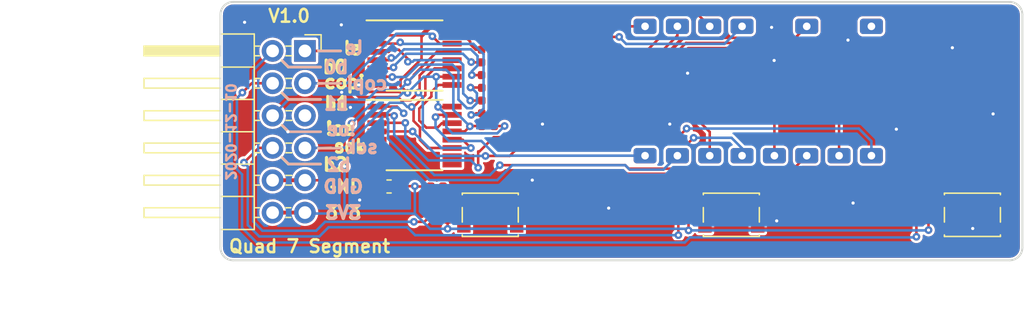
<source format=kicad_pcb>
(kicad_pcb (version 20201116) (generator pcbnew)
  (title_block (title "Quad 7 Segment") (date "2020-12-10") (rev "r1.0") (company "GsD") (comment 1 "PMOD"))
  (layers (0 "F.Cu" signal) (31 "B.Cu" signal) (34 "B.Paste" user) (35 "F.Paste" user) (36 "B.SilkS" user "B.Silkscreen") (37 "F.SilkS" user "F.Silkscreen") (38 "B.Mask" user) (39 "F.Mask" user) (44 "Edge.Cuts" user))
  (net 0 "")
  (net 1 "GND")
  (net 2 "+3V3")
  (net 3 "/btn2")
  (net 4 "/!oe")
  (net 5 "/btn1")
  (net 6 "/btn0")
  (net 7 "/sck")
  (net 8 "/cipo")
  (net 9 "/copi")
  (net 10 "/le")
  (net 11 "Net-(LE1-Pad16)")
  (net 12 "Net-(LE1-Pad15)")
  (net 13 "Net-(LE1-Pad14)")
  (net 14 "Net-(LE1-Pad13)")
  (net 15 "Net-(LE1-Pad11)")
  (net 16 "Net-(LE1-Pad7)")
  (net 17 "Net-(LE1-Pad5)")
  (net 18 "Net-(LE1-Pad3)")
  (net 19 "/led_cc4")
  (net 20 "/led_cc2")
  (net 21 "/led_cc3")
  (net 22 "/led_cc0")
  (net 23 "/led_cc1")
  (net 24 "/led_a")
  (net 25 "/led_b")
  (net 26 "/led_c")
  (net 27 "/led_d")
  (net 28 "/led_e")
  (net 29 "/led_f")
  (net 30 "/led_g")
  (net 31 "/led_dp")
  (net 32 "Net-(U1-Pad9)")
  (net 33 "Net-(U2-Pad10)")
  (net 34 "Net-(U2-Pad9)")
  (net 35 "Net-(U2-Pad7)")
  (net 36 "Net-(U2-Pad6)")
  (net 37 "Net-(U2-Pad5)")
  (footprint "Package_SO:TSSOP-16_4.4x5mm_P0.65mm" (layer "F.Cu") (at 122.75 91.7)
    (fp_text reference "U2" hide)
    (fp_text value "74HC595" hide)
  )
  (footprint "Resistor_SMD:R_0402_1005Metric" (layer "F.Cu") (at 163.125 97.875 90)
    (fp_text reference "R2" hide)
    (fp_text value "10k" hide)
  )
  (footprint "Resistor_SMD:R_0402_1005Metric" (layer "F.Cu") (at 128.5 83.95 180)
    (fp_text reference "R7" hide)
    (fp_text value "220R" hide)
  )
  (footprint "Resistor_SMD:R_0402_1005Metric" (layer "F.Cu") (at 128.515 89.95 180)
    (fp_text reference "R8" hide)
    (fp_text value "220R" hide)
  )
  (footprint "Resistor_SMD:R_0402_1005Metric" (layer "F.Cu") (at 128.515 90.95 180)
    (fp_text reference "R4" hide)
    (fp_text value "10k" hide)
  )
  (footprint "Resistor_SMD:R_0402_1005Metric" (layer "F.Cu") (at 128.5 86.95 180)
    (fp_text reference "R10" hide)
    (fp_text value "220R" hide)
  )
  (footprint "Resistor_SMD:R_0402_1005Metric" (layer "F.Cu") (at 125.35 97.85 90)
    (fp_text reference "R1" hide)
    (fp_text value "10k" hide)
  )
  (footprint "Resistor_SMD:R_0402_1005Metric" (layer "F.Cu") (at 128.5 82.95 180)
    (fp_text reference "R6" hide)
    (fp_text value "220R" hide)
  )
  (footprint "Button_Switch_SMD:SW_SPST_PTS810" (layer "F.Cu") (at 166.575 97.925)
    (fp_text reference "SW2" hide)
    (fp_text value "SW_SPST" hide)
  )
  (footprint "Button_Switch_SMD:SW_SPST_PTS810" (layer "F.Cu") (at 147.6375 97.925)
    (fp_text reference "SW3" hide)
    (fp_text value "SW_SPST" hide)
  )
  (footprint "Resistor_SMD:R_0402_1005Metric" (layer "F.Cu") (at 128.515 88.95 180)
    (fp_text reference "R9" hide)
    (fp_text value "220R" hide)
  )
  (footprint "Resistor_SMD:R_0402_1005Metric" (layer "F.Cu") (at 144.275 97.875 90)
    (fp_text reference "R3" hide)
    (fp_text value "10k" hide)
  )
  (footprint "Capacitor_SMD:C_0402_1005Metric" (layer "F.Cu") (at 124.5 95.7)
    (fp_text reference "C2" hide)
    (fp_text value "100n" hide)
  )
  (footprint "Resistor_SMD:R_0402_1005Metric" (layer "F.Cu") (at 128.515 87.95 180)
    (fp_text reference "R12" hide)
    (fp_text value "220R" hide)
  )
  (footprint "Resistor_SMD:R_0402_1005Metric" (layer "F.Cu") (at 128.5 84.95 180)
    (fp_text reference "R5" hide)
    (fp_text value "220R" hide)
  )
  (footprint "gsd-footprints:kem-3942-ay" (layer "F.Cu") (at 149.75 88.2)
    (fp_text reference "LE1" hide)
    (fp_text value "KEM-3942-AY" hide)
  )
  (footprint "Button_Switch_SMD:SW_SPST_PTS810" (layer "F.Cu") (at 128.7 97.925)
    (fp_text reference "SW1" hide)
    (fp_text value "SW_SPST" hide)
  )
  (footprint "Package_SO:TSSOP-16_4.4x5mm_P0.65mm" (layer "F.Cu") (at 122.75 85.45)
    (fp_text reference "U1" hide)
    (fp_text value "74HC595" hide)
  )
  (footprint "Capacitor_SMD:C_0603_1608Metric" (layer "F.Cu") (at 120.75 95.7 180)
    (fp_text reference "C1" hide)
    (fp_text value "10u" hide)
  )
  (footprint "pkl_connectors:PMODHeader_2x06_P2.54mm_Horizontal" (layer "F.Cu") (at 114.14 97.75 180)
    (fp_text reference "J1" hide)
    (fp_text value "PMOD" hide)
  )
  (footprint "Resistor_SMD:R_0402_1005Metric" (layer "F.Cu") (at 128.5 85.95 180)
    (fp_text reference "R11" hide)
    (fp_text value "220R" hide)
  )
  (gr_line (start 112.362 88.352) (end 112.87 88.86) (layer "B.SilkS") (width 0.2))
  (gr_line (start 112.87 86.32) (end 115.374 86.32) (layer "B.SilkS") (width 0.2))
  (gr_line (start 115.2 92.7) (end 116.95 92.7) (layer "B.SilkS") (width 0.2))
  (gr_line (start 112.87 93.94) (end 115.374 93.94) (layer "B.SilkS") (width 0.2))
  (gr_line (start 112.87 91.4) (end 115.374 91.4) (layer "B.SilkS") (width 0.2))
  (gr_line (start 115.2 87.6) (end 116.95 87.6) (layer "B.SilkS") (width 0.2))
  (gr_line (start 112.362 85.812) (end 112.87 86.32) (layer "B.SilkS") (width 0.2))
  (gr_line (start 112.362 93.432) (end 112.87 93.94) (layer "B.SilkS") (width 0.2))
  (gr_line (start 115.2 85.05) (end 116.95 85.05) (layer "B.SilkS") (width 0.2))
  (gr_line (start 112.362 90.892) (end 112.87 91.4) (layer "B.SilkS") (width 0.2))
  (gr_line (start 112.87 88.86) (end 115.374 88.86) (layer "B.SilkS") (width 0.2))
  (gr_line (start 115.2 87.6) (end 115.5 87.6) (layer "F.SilkS") (width 0.2))
  (gr_line (start 115.2 85.05) (end 116.95 85.05) (layer "F.SilkS") (width 0.2))
  (gr_line (start 112.834 93.94) (end 115.374 93.94) (layer "F.SilkS") (width 0.2))
  (gr_line (start 115.2 92.7) (end 116.2 92.675) (layer "F.SilkS") (width 0.2))
  (gr_line (start 112.834 88.86) (end 115.374 88.86) (layer "F.SilkS") (width 0.2))
  (gr_line (start 112.834 86.32) (end 115.374 86.32) (layer "F.SilkS") (width 0.2))
  (gr_line (start 112.326 93.432) (end 112.834 93.94) (layer "F.SilkS") (width 0.2))
  (gr_line (start 112.834 91.4) (end 115.374 91.4) (layer "F.SilkS") (width 0.2))
  (gr_line (start 112.326 90.892) (end 112.834 91.4) (layer "F.SilkS") (width 0.2))
  (gr_line (start 112.326 88.352) (end 112.834 88.86) (layer "F.SilkS") (width 0.2))
  (gr_line (start 112.326 85.812) (end 112.834 86.32) (layer "F.SilkS") (width 0.2))
  (gr_arc (start 169.5 82.2) (end 170.5 82.2) (angle -90) (layer "Edge.Cuts") (width 0.15))
  (gr_line (start 108.5 81.2) (end 169.5 81.2) (layer "Edge.Cuts") (width 0.15))
  (gr_arc (start 169.5 100.5) (end 169.5 101.5) (angle -90) (layer "Edge.Cuts") (width 0.15))
  (gr_line (start 170.5 82.2) (end 170.5 100.5) (layer "Edge.Cuts") (width 0.15))
  (gr_line (start 107.5 100.5) (end 107.5 82.2) (layer "Edge.Cuts") (width 0.15))
  (gr_arc (start 108.5 100.5) (end 107.5 100.5) (angle -90) (layer "Edge.Cuts") (width 0.15))
  (gr_line (start 169.5 101.5) (end 108.5 101.5) (layer "Edge.Cuts") (width 0.15))
  (gr_arc (start 108.5 82.2) (end 108.5 81.2) (angle -90) (layer "Edge.Cuts") (width 0.15))
  (gr_text "GND" (at 117.152 95.718) (layer "B.SilkS") (effects (font (size 1 1) (thickness 0.25)) (justify mirror)))
  (gr_text "copi" (at 119 87.6) (layer "B.SilkS") (effects (font (size 1 1) (thickness 0.25)) (justify mirror)))
  (gr_text "sck" (at 118.6 92.6) (layer "B.SilkS") (effects (font (size 1 1) (thickness 0.25)) (justify mirror)))
  (gr_text "b2" (at 116.8 94) (layer "B.SilkS") (effects (font (size 1 1) (thickness 0.25)) (justify mirror)))
  (gr_text "b1" (at 116.6 89.2) (layer "B.SilkS") (effects (font (size 1 1) (thickness 0.25)) (justify mirror)))
  (gr_text "le" (at 118 84.8) (layer "B.SilkS") (effects (font (size 1 1) (thickness 0.25)) (justify mirror)))
  (gr_text "3V3" (at 117.152 97.75) (layer "B.SilkS") (effects (font (size 1 1) (thickness 0.25)) (justify mirror)))
  (gr_text "2020-12-10\n" (at 108.298 91.4 270) (layer "B.SilkS") (effects (font (size 0.75 0.75) (thickness 0.1875)) (justify mirror)))
  (gr_text "!oe" (at 117 91.2) (layer "B.SilkS") (effects (font (size 1 1) (thickness 0.25)) (justify mirror)))
  (gr_text "b0" (at 116.6 86.32) (layer "B.SilkS") (effects (font (size 1 1) (thickness 0.25)) (justify mirror)))
  (gr_text "b2" (at 116.525 93.975) (layer "F.SilkS") (effects (font (size 1 1) (thickness 0.25))))
  (gr_text "copi" (at 117.25 87.5) (layer "F.SilkS") (effects (font (size 1 1) (thickness 0.25))))
  (gr_text "GND" (at 117.152 95.718) (layer "F.SilkS") (effects (font (size 1 1) (thickness 0.25))))
  (gr_text "b0" (at 116.5 86.32) (layer "F.SilkS") (effects (font (size 1 1) (thickness 0.25))))
  (gr_text "V1.0" (at 112.9 82.3) (layer "F.SilkS") (effects (font (size 1 1) (thickness 0.2))))
  (gr_text "Quad 7 Segment" (at 114.5 100.4) (layer "F.SilkS") (effects (font (size 1 1) (thickness 0.2))))
  (gr_text "3V3" (at 117.152 97.75) (layer "F.SilkS") (effects (font (size 1 1) (thickness 0.25))))
  (gr_text "!oe" (at 116.925 91.15) (layer "F.SilkS") (effects (font (size 1 1) (thickness 0.25))))
  (gr_text "b1" (at 116.625 89.175) (layer "F.SilkS") (effects (font (size 1 1) (thickness 0.25))))
  (gr_text "sck\n" (at 117.675 92.55) (layer "F.SilkS") (effects (font (size 1 1) (thickness 0.25))))
  (gr_text "le" (at 117.9 84.85) (layer "F.SilkS") (effects (font (size 1 1) (thickness 0.25))))
  (segment (start 118.4375 96.7625) (end 117.4375 96.7625) (width 0.2) (layer "F.Cu") (net 1))
  (segment (start 117.4375 96.7625) (end 117.4 96.8) (width 0.2) (layer "F.Cu") (net 1))
  (segment (start 166.6 99) (end 164.5 99) (width 0.2) (layer "F.Cu") (net 1))
  (segment (start 124.825 96.45) (end 123.175 96.45) (width 0.2) (layer "F.Cu") (net 1))
  (segment (start 163.325 100) (end 166.175 100) (width 0.2) (layer "F.Cu") (net 1))
  (segment (start 117.025 88.8) (end 117.7125 89.4875) (width 0.2) (layer "F.Cu") (net 1))
  (segment (start 124.985 96.29) (end 124.825 96.45) (width 0.2) (layer "F.Cu") (net 1))
  (segment (start 117.7125 89.4875) (end 118.35 90.125) (width 0.2) (layer "F.Cu") (net 1))
  (segment (start 126.625 99) (end 128.675 99) (width 0.2) (layer "F.Cu") (net 1))
  (segment (start 115.81 95.21) (end 114.14 95.21) (width 0.2) (layer "F.Cu") (net 1))
  (segment (start 120.35 96.875) (end 120.2375 96.7625) (width 0.2) (layer "F.Cu") (net 1))
  (segment (start 119.9625 96.4875) (end 119.9625 95.7) (width 0.2) (layer "F.Cu") (net 1))
  (segment (start 122.75 96.875) (end 120.35 96.875) (width 0.2) (layer "F.Cu") (net 1))
  (segment (start 162.775 100) (end 162.525 100.25) (width 0.2) (layer "F.Cu") (net 1))
  (segment (start 166.6 99.575) (end 166.6 99) (width 0.2) (layer "F.Cu") (net 1))
  (segment (start 150.6 99) (end 151.2 98.4) (width 0.2) (layer "F.Cu") (net 1))
  (segment (start 127.3 100.025) (end 120.625 100.025) (width 0.2) (layer "F.Cu") (net 1))
  (segment (start 128.675 99) (end 130.775 99) (width 0.2) (layer "F.Cu") (net 1))
  (segment (start 147.225 100.025) (end 147.55 99.7) (width 0.2) (layer "F.Cu") (net 1))
  (segment (start 120.2375 96.7625) (end 118.4375 96.7625) (width 0.2) (layer "F.Cu") (net 1))
  (segment (start 111.6 95.21) (end 114.14 95.21) (width 0.3) (layer "F.Cu") (net 1))
  (segment (start 147.55 99.7) (end 147.85 100) (width 0.2) (layer "F.Cu") (net 1))
  (segment (start 149.7125 99) (end 147.55 99) (width 0.2) (layer "F.Cu") (net 1))
  (segment (start 147.55 99.7) (end 147.55 99) (width 0.2) (layer "F.Cu") (net 1))
  (segment (start 127.3 100.025) (end 147.225 100.025) (width 0.2) (layer "F.Cu") (net 1))
  (segment (start 128.675 99) (end 128.675 99.525) (width 0.2) (layer "F.Cu") (net 1))
  (segment (start 120.625 100.025) (end 117.4 96.8) (width 0.2) (layer "F.Cu") (net 1))
  (segment (start 147.85 100) (end 161.5 100) (width 0.2) (layer "F.Cu") (net 1))
  (segment (start 168.65 99) (end 166.6 99) (width 0.2) (layer "F.Cu") (net 1))
  (segment (start 161.75 100.25) (end 161.5 100) (width 0.2) (layer "F.Cu") (net 1))
  (segment (start 117.4 96.8) (end 115.81 95.21) (width 0.2) (layer "F.Cu") (net 1))
  (segment (start 147.55 99) (end 145.5625 99) (width 0.2) (layer "F.Cu") (net 1))
  (segment (start 119.8 93.975) (end 118.65 93.975) (width 0.2) (layer "F.Cu") (net 1))
  (segment (start 118.35 90.125) (end 118.35 93.675) (width 0.2) (layer "F.Cu") (net 1))
  (segment (start 118.65 93.975) (end 118.4 94.225) (width 0.2) (layer "F.Cu") (net 1))
  (segment (start 124.985 95.7) (end 124.985 96.29) (width 0.2) (layer "F.Cu") (net 1))
  (segment (start 119.8 87.725) (end 118.375 87.725) (width 0.2) (layer "F.Cu") (net 1))
  (segment (start 115.875 95.275) (end 115.81 95.21) (width 0.2) (layer "F.Cu") (net 1))
  (segment (start 166.175 100) (end 166.6 99.575) (width 0.2) (layer "F.Cu") (net 1))
  (segment (start 163.325 100) (end 162.775 100) (width 0.2) (layer "F.Cu") (net 1))
  (segment (start 123.175 96.45) (end 122.75 96.875) (width 0.2) (layer "F.Cu") (net 1))
  (segment (start 149.7125 99) (end 150.6 99) (width 0.2) (layer "F.Cu") (net 1))
  (segment (start 117.35 95.275) (end 115.875 95.275) (width 0.2) (layer "F.Cu") (net 1))
  (segment (start 128.675 99.525) (end 128.175 100.025) (width 0.2) (layer "F.Cu") (net 1))
  (segment (start 118.4 94.225) (end 117.35 95.275) (width 0.2) (layer "F.Cu") (net 1))
  (segment (start 128.175 100.025) (end 127.3 100.025) (width 0.2) (layer "F.Cu") (net 1))
  (segment (start 118.35 93.675) (end 118.65 93.975) (width 0.2) (layer "F.Cu") (net 1))
  (segment (start 162.525 100.25) (end 161.75 100.25) (width 0.2) (layer "F.Cu") (net 1))
  (segment (start 120.2375 96.7625) (end 119.9625 96.4875) (width 0.2) (layer "F.Cu") (net 1))
  (segment (start 117.025 88.3) (end 117.025 88.8) (width 0.2) (layer "F.Cu") (net 1))
  (via (at 117 83) (size 0.6) (drill 0.25) (layers "F.Cu" "B.Cu") (net 1))
  (via (at 118.375 87.725) (size 0.6) (drill 0.25) (layers "F.Cu" "B.Cu") (net 1))
  (via (at 165 84.8) (size 0.6) (drill 0.25) (layers "F.Cu" "B.Cu") (net 1))
  (via (at 132.8 90.8) (size 0.6) (drill 0.25) (layers "F.Cu" "B.Cu") (net 1))
  (via (at 156.8 84.2) (size 0.6) (drill 0.25) (layers "F.Cu" "B.Cu") (net 1))
  (via (at 118.4375 96.7625) (size 0.6) (drill 0.25) (layers "F.Cu" "B.Cu") (net 1))
  (via (at 157.2 97) (size 0.6) (drill 0.25) (layers "F.Cu" "B.Cu") (net 1))
  (via (at 168.2 90) (size 0.6) (drill 0.25) (layers "F.Cu" "B.Cu") (net 1))
  (via (at 160.6 91.2) (size 0.6) (drill 0.25) (layers "F.Cu" "B.Cu") (net 1))
  (via (at 117.7125 89.4875) (size 0.6) (drill 0.25) (layers "F.Cu" "B.Cu") (net 1))
  (via (at 132 95.2) (size 0.6) (drill 0.25) (layers "F.Cu" "B.Cu") (net 1))
  (via (at 151 85.8) (size 0.6) (drill 0.25) (layers "F.Cu" "B.Cu") (net 1))
  (via (at 142.8 90.8) (size 0.6) (drill 0.25) (layers "F.Cu" "B.Cu") (net 1))
  (via (at 112.8 91.4) (size 0.6) (drill 0.25) (layers "F.Cu" "B.Cu") (net 1))
  (via (at 144.2 86.8) (size 0.6) (drill 0.25) (layers "F.Cu" "B.Cu") (net 1))
  (via (at 150.8 83.2) (size 0.6) (drill 0.25) (layers "F.Cu" "B.Cu") (net 1))
  (via (at 138 97.4) (size 0.6) (drill 0.25) (layers "F.Cu" "B.Cu") (net 1))
  (via (at 166.6 99) (size 0.6) (drill 0.25) (layers "F.Cu" "B.Cu") (net 1))
  (via (at 109.4 82.8) (size 0.6) (drill 0.25) (layers "F.Cu" "B.Cu") (net 1))
  (via (at 151.2 98.4) (size 0.6) (drill 0.25) (layers "F.Cu" "B.Cu") (net 1))
  (via (at 117.025 88.3) (size 0.6) (drill 0.25) (layers "F.Cu" "B.Cu") (net 1))
  (segment (start 117.375 88.3) (end 117.025 88.3) (width 0.2) (layer "B.Cu") (net 1))
  (segment (start 117.95 87.725) (end 117.375 88.3) (width 0.2) (layer "B.Cu") (net 1))
  (segment (start 118.375 87.725) (end 117.95 87.725) (width 0.2) (layer "B.Cu") (net 1))
  (segment (start 121.5375 95.7) (end 121.5625 95.675) (width 0.2) (layer "F.Cu") (net 2))
  (segment (start 123.3 83.95) (end 123.3 85.675) (width 0.2) (layer "F.Cu") (net 2))
  (segment (start 121.65 87.8) (end 122.2 88.35) (width 0.2) (layer "F.Cu") (net 2))
  (segment (start 125.675 89.45) (end 124.6 89.45) (width 0.2) (layer "F.Cu") (net 2))
  (segment (start 117.8 90.75) (end 117.25 91.3) (width 0.2) (layer "F.Cu") (net 2))
  (segment (start 111.6 97.75) (end 114.14 97.75) (width 0.3) (layer "F.Cu") (net 2))
  (segment (start 125.7 83.175) (end 124.075 83.175) (width 0.2) (layer "F.Cu") (net 2))
  (segment (start 117.25 91.3) (end 117.25 94.125) (width 0.2) (layer "F.Cu") (net 2))
  (segment (start 125.7 89.425) (end 125.675 89.45) (width 0.2) (layer "F.Cu") (net 2))
  (segment (start 144.275 98.36) (end 144.275 99.15) (width 0.2) (layer "F.Cu") (net 2))
  (segment (start 125.35 98.335) (end 125.35 99.025) (width 0.2) (layer "F.Cu") (net 2))
  (segment (start 129 90.95) (end 129.825 90.95) (width 0.2) (layer "F.Cu") (net 2))
  (segment (start 121.5625 95.675) (end 122.775 95.675) (width 0.2) (layer "F.Cu") (net 2))
  (segment (start 123.3 85.675) (end 121.65 87.325) (width 0.2) (layer "F.Cu") (net 2))
  (segment (start 124.015 95.7) (end 122.8 95.7) (width 0.2) (layer "F.Cu") (net 2))
  (segment (start 124.075 83.175) (end 123.3 83.95) (width 0.2) (layer "F.Cu") (net 2))
  (segment (start 121.65 87.325) (end 121.65 87.8) (width 0.2) (layer "F.Cu") (net 2))
  (segment (start 125.7 87.075) (end 124.45 87.075) (width 0.2) (layer "F.Cu") (net 2))
  (segment (start 122.8 95.7) (end 122.775 95.675) (width 0.2) (layer "F.Cu") (net 2))
  (segment (start 163.125 98.36) (end 163.125 99.125) (width 0.2) (layer "F.Cu") (net 2))
  (via (at 163.125 99.125) (size 0.6) (drill 0.25) (layers "F.Cu" "B.Cu") (net 2))
  (via (at 117.8 90.75) (size 0.6) (drill 0.25) (layers "F.Cu" "B.Cu") (net 2))
  (via (at 129.825 90.95) (size 0.6) (drill 0.25) (layers "F.Cu" "B.Cu") (net 2))
  (via (at 124.6 89.45) (size 0.6) (drill 0.25) (layers "F.Cu" "B.Cu") (net 2))
  (via (at 125.35 99.025) (size 0.6) (drill 0.25) (layers "F.Cu" "B.Cu") (net 2))
  (via (at 122.2 88.35) (size 0.6) (drill 0.25) (layers "F.Cu" "B.Cu") (net 2))
  (via (at 122.775 95.675) (size 0.6) (drill 0.25) (layers "F.Cu" "B.Cu") (net 2))
  (via (at 124.45 87.075) (size 0.6) (drill 0.25) (layers "F.Cu" "B.Cu") (net 2))
  (via (at 144.275 99.15) (size 0.6) (drill 0.25) (layers "F.Cu" "B.Cu") (net 2))
  (via (at 117.25 94.125) (size 0.6) (drill 0.25) (layers "F.Cu" "B.Cu") (net 2))
  (segment (start 128.025 91.525) (end 125.725 91.525) (width 0.2) (layer "B.Cu") (net 2))
  (segment (start 144.15 99.025) (end 125.35 99.025) (width 0.2) (layer "B.Cu") (net 2))
  (segment (start 117.25 94.125) (end 117.25 97.8) (width 0.2) (layer "B.Cu") (net 2))
  (segment (start 122.2 88.35) (end 123.475 87.075) (width 0.2) (layer "B.Cu") (net 2))
  (segment (start 124.6 89.025) (end 124.6 89.45) (width 0.2) (layer "B.Cu") (net 2))
  (segment (start 163.1 99.15) (end 144.275 99.15) (width 0.2) (layer "B.Cu") (net 2))
  (segment (start 121.45 88.725) (end 119.825 88.725) (width 0.2) (layer "B.Cu") (net 2))
  (segment (start 114.215 97.825) (end 117.275 97.825) (width 0.2) (layer "B.Cu") (net 2))
  (segment (start 117.275 97.825) (end 122.775 97.825) (width 0.2) (layer "B.Cu") (net 2))
  (segment (start 125.25 90.1) (end 124.6 89.45) (width 0.2) (layer "B.Cu") (net 2))
  (segment (start 117.25 97.8) (end 117.275 97.825) (width 0.2) (layer "B.Cu") (net 2))
  (segment (start 144.275 99.15) (end 144.15 99.025) (width 0.2) (layer "B.Cu") (net 2))
  (segment (start 122.775 97.825) (end 123.975 99.025) (width 0.2) (layer "B.Cu") (net 2))
  (segment (start 123.975 99.025) (end 125.35 99.025) (width 0.2) (layer "B.Cu") (net 2))
  (segment (start 122.775 95.675) (end 122.775 97.825) (width 0.2) (layer "B.Cu") (net 2))
  (segment (start 163.125 99.125) (end 163.1 99.15) (width 0.2) (layer "B.Cu") (net 2))
  (segment (start 122.2 88.35) (end 121.825 88.35) (width 0.2) (layer "B.Cu") (net 2))
  (segment (start 114.14 97.75) (end 114.215 97.825) (width 0.2) (layer "B.Cu") (net 2))
  (segment (start 121.825 88.35) (end 121.45 88.725) (width 0.2) (layer "B.Cu") (net 2))
  (segment (start 128.025 91.525) (end 129.25 91.525) (width 0.2) (layer "B.Cu") (net 2))
  (segment (start 119.825 88.725) (end 117.8 90.75) (width 0.2) (layer "B.Cu") (net 2))
  (segment (start 125.725 91.525) (end 125.25 91.05) (width 0.2) (layer "B.Cu") (net 2))
  (segment (start 129.25 91.525) (end 129.825 90.95) (width 0.2) (layer "B.Cu") (net 2))
  (segment (start 123.475 87.075) (end 124.45 87.075) (width 0.2) (layer "B.Cu") (net 2))
  (segment (start 124.45 88.875) (end 124.6 89.025) (width 0.2) (layer "B.Cu") (net 2))
  (segment (start 124.45 87.075) (end 124.45 88.875) (width 0.2) (layer "B.Cu") (net 2))
  (segment (start 125.25 91.05) (end 125.25 90.1) (width 0.2) (layer "B.Cu") (net 2))
  (segment (start 144.815 96.85) (end 145.5625 96.85) (width 0.2) (layer "F.Cu") (net 3))
  (segment (start 109.35 93.825) (end 110.505 92.67) (width 0.2) (layer "F.Cu") (net 3))
  (segment (start 144.275 97.39) (end 143.475 98.19) (width 0.2) (layer "F.Cu") (net 3))
  (segment (start 144.275 97.39) (end 144.815 96.85) (width 0.2) (layer "F.Cu") (net 3))
  (segment (start 110.505 92.67) (end 111.6 92.67) (width 0.2) (layer "F.Cu") (net 3))
  (segment (start 143.475 98.19) (end 143.475 99.525) (width 0.2) (layer "F.Cu") (net 3))
  (segment (start 145.5625 96.85) (end 149.7125 96.85) (width 0.2) (layer "F.Cu") (net 3))
  (via (at 109.35 93.825) (size 0.6) (drill 0.25) (layers "F.Cu" "B.Cu") (net 3))
  (via (at 143.475 99.525) (size 0.6) (drill 0.25) (layers "F.Cu" "B.Cu") (net 3))
  (segment (start 122.8 99.525) (end 122.175 98.9) (width 0.2) (layer "B.Cu") (net 3))
  (segment (start 110.55 99.625) (end 109.65 98.725) (width 0.2) (layer "B.Cu") (net 3))
  (segment (start 115.275 99.625) (end 110.55 99.625) (width 0.2) (layer "B.Cu") (net 3))
  (segment (start 116 98.9) (end 115.275 99.625) (width 0.2) (layer "B.Cu") (net 3))
  (segment (start 122.175 98.9) (end 116 98.9) (width 0.2) (layer "B.Cu") (net 3))
  (segment (start 109.65 94.125) (end 109.35 93.825) (width 0.2) (layer "B.Cu") (net 3))
  (segment (start 109.65 98.725) (end 109.65 94.125) (width 0.2) (layer "B.Cu") (net 3))
  (segment (start 143.475 99.525) (end 122.8 99.525) (width 0.2) (layer "B.Cu") (net 3))
  (segment (start 124.5 85.125) (end 125.7 85.125) (width 0.2) (layer "F.Cu") (net 4))
  (segment (start 128.03 90.95) (end 127.125 90.95) (width 0.2) (layer "F.Cu") (net 4))
  (segment (start 125.7 91.375) (end 126.7 91.375) (width 0.2) (layer "F.Cu") (net 4))
  (segment (start 122.7 87) (end 122.7 86.925) (width 0.2) (layer "F.Cu") (net 4))
  (segment (start 127.125 90.95) (end 127.1 90.975) (width 0.2) (layer "F.Cu") (net 4))
  (segment (start 122.7 86.925) (end 124.5 85.125) (width 0.2) (layer "F.Cu") (net 4))
  (segment (start 126.7 91.375) (end 127.1 90.975) (width 0.2) (layer "F.Cu") (net 4))
  (segment (start 122.2 87.5) (end 122.7 87) (width 0.2) (layer "F.Cu") (net 4))
  (via (at 127.1 90.975) (size 0.6) (drill 0.25) (layers "F.Cu" "B.Cu") (net 4))
  (via (at 122.2 87.5) (size 0.6) (drill 0.25) (layers "F.Cu" "B.Cu") (net 4))
  (segment (start 123.175 86.525) (end 125.225 86.525) (width 0.2) (layer "B.Cu") (net 4))
  (segment (start 125.225 86.525) (end 125.8 87.1) (width 0.2) (layer "B.Cu") (net 4))
  (segment (start 119.05 88.875) (end 119.8 88.125) (width 0.2) (layer "B.Cu") (net 4))
  (segment (start 112.855 88.875) (end 111.6 90.13) (width 0.2) (layer "B.Cu") (net 4))
  (segment (start 117.25 88.875) (end 119.05 88.875) (width 0.2) (layer "B.Cu") (net 4))
  (segment (start 121.575 88.125) (end 119.8 88.125) (width 0.2) (layer "B.Cu") (net 4))
  (segment (start 122.2 87.5) (end 121.575 88.125) (width 0.2) (layer "B.Cu") (net 4))
  (segment (start 122.2 87.5) (end 123.175 86.525) (width 0.2) (layer "B.Cu") (net 4))
  (segment (start 125.8 87.1) (end 125.8 89.675) (width 0.2) (layer "B.Cu") (net 4))
  (segment (start 117.25 88.875) (end 112.855 88.875) (width 0.2) (layer "B.Cu") (net 4))
  (segment (start 125.8 89.675) (end 127.1 90.975) (width 0.2) (layer "B.Cu") (net 4))
  (segment (start 109.96 87.59) (end 111.6 87.59) (width 0.2) (layer "F.Cu") (net 5))
  (segment (start 162.175 99.65) (end 162.175 97.65) (width 0.2) (layer "F.Cu") (net 5))
  (segment (start 168.65 96.85) (end 164.5 96.85) (width 0.2) (layer "F.Cu") (net 5))
  (segment (start 163.665 96.85) (end 164.5 96.85) (width 0.2) (layer "F.Cu") (net 5))
  (segment (start 163.125 97.39) (end 163.665 96.85) (width 0.2) (layer "F.Cu") (net 5))
  (segment (start 162.175 97.65) (end 162.435 97.39) (width 0.2) (layer "F.Cu") (net 5))
  (segment (start 162.435 97.39) (end 163.125 97.39) (width 0.2) (layer "F.Cu") (net 5))
  (segment (start 109.225 88.325) (end 109.96 87.59) (width 0.2) (layer "F.Cu") (net 5))
  (via (at 162.175 99.65) (size 0.6) (drill 0.25) (layers "F.Cu" "B.Cu") (net 5))
  (via (at 109.225 88.325) (size 0.6) (drill 0.25) (layers "F.Cu" "B.Cu") (net 5))
  (segment (start 108.8 88.75) (end 109.225 88.325) (width 0.2) (layer "B.Cu") (net 5))
  (segment (start 108.8 94.35) (end 108.8 88.75) (width 0.2) (layer "B.Cu") (net 5))
  (segment (start 109.2 98.95) (end 109.2 94.75) (width 0.2) (layer "B.Cu") (net 5))
  (segment (start 109.2 94.75) (end 108.8 94.35) (width 0.2) (layer "B.Cu") (net 5))
  (segment (start 162.175 99.65) (end 162.125 99.7) (width 0.2) (layer "B.Cu") (net 5))
  (segment (start 110.35 100.1) (end 109.2 98.95) (width 0.2) (layer "B.Cu") (net 5))
  (segment (start 144.375 99.7) (end 143.975 100.1) (width 0.2) (layer "B.Cu") (net 5))
  (segment (start 162.125 99.7) (end 144.375 99.7) (width 0.2) (layer "B.Cu") (net 5))
  (segment (start 143.975 100.1) (end 110.35 100.1) (width 0.2) (layer "B.Cu") (net 5))
  (segment (start 123.525 98.475) (end 122.7 98.475) (width 0.2) (layer "F.Cu") (net 6))
  (segment (start 125.35 97.365) (end 125.865 96.85) (width 0.2) (layer "F.Cu") (net 6))
  (segment (start 124.635 97.365) (end 123.525 98.475) (width 0.2) (layer "F.Cu") (net 6))
  (segment (start 125.865 96.85) (end 126.625 96.85) (width 0.2) (layer "F.Cu") (net 6))
  (segment (start 130.775 96.85) (end 126.625 96.85) (width 0.2) (layer "F.Cu") (net 6))
  (segment (start 125.35 97.365) (end 124.635 97.365) (width 0.2) (layer "F.Cu") (net 6))
  (via (at 122.7 98.475) (size 0.6) (drill 0.25) (layers "F.Cu" "B.Cu") (net 6))
  (segment (start 110.8 99.175) (end 110.075 98.45) (width 0.2) (layer "B.Cu") (net 6))
  (segment (start 115.025 99.175) (end 110.8 99.175) (width 0.2) (layer "B.Cu") (net 6))
  (segment (start 110.075 98.45) (end 110.075 86.575) (width 0.2) (layer "B.Cu") (net 6))
  (segment (start 122.7 98.475) (end 115.725 98.475) (width 0.2) (layer "B.Cu") (net 6))
  (segment (start 115.725 98.475) (end 115.025 99.175) (width 0.2) (layer "B.Cu") (net 6))
  (segment (start 110.075 86.575) (end 111.6 85.05) (width 0.2) (layer "B.Cu") (net 6))
  (segment (start 122.675 89.45) (end 122.9125 89.2125) (width 0.2) (layer "F.Cu") (net 7))
  (segment (start 123.8 92.675) (end 123.175 92.05) (width 0.2) (layer "F.Cu") (net 7))
  (segment (start 125.7 92.675) (end 123.8 92.675) (width 0.2) (layer "F.Cu") (net 7))
  (segment (start 123.175 92.05) (end 123.175 91.05) (width 0.2) (layer "F.Cu") (net 7))
  (segment (start 123.6 87.15) (end 123.6 88.525) (width 0.2) (layer "F.Cu") (net 7))
  (segment (start 123.175 91.05) (end 122.675 90.55) (width 0.2) (layer "F.Cu") (net 7))
  (segment (start 122.525 89.45) (end 122.675 89.45) (width 0.2) (layer "F.Cu") (net 7))
  (segment (start 125.7 86.425) (end 124.325 86.425) (width 0.2) (layer "F.Cu") (net 7))
  (segment (start 122.9125 89.2125) (end 123.6 88.525) (width 0.2) (layer "F.Cu") (net 7))
  (segment (start 114.22 92.75) (end 114.14 92.67) (width 0.2) (layer "F.Cu") (net 7))
  (segment (start 122.675 90.55) (end 122.675 89.45) (width 0.2) (layer "F.Cu") (net 7))
  (segment (start 124.325 86.425) (end 123.6 87.15) (width 0.2) (layer "F.Cu") (net 7))
  (via (at 122.525 89.45) (size 0.6) (drill 0.25) (layers "F.Cu" "B.Cu") (net 7))
  (segment (start 122.175 89.45) (end 122.525 89.45) (width 0.2) (layer "B.Cu") (net 7))
  (segment (start 114.14 92.67) (end 115.305 92.67) (width 0.2) (layer "B.Cu") (net 7))
  (segment (start 121.85 89.125) (end 120.8 89.125) (width 0.2) (layer "B.Cu") (net 7))
  (segment (start 120.8 89.125) (end 117.255 92.67) (width 0.2) (layer "B.Cu") (net 7))
  (segment (start 117.255 92.67) (end 115.305 92.67) (width 0.2) (layer "B.Cu") (net 7))
  (segment (start 121.9 89.175) (end 122.175 89.45) (width 0.2) (layer "B.Cu") (net 7))
  (segment (start 121.9 89.175) (end 121.85 89.125) (width 0.2) (layer "B.Cu") (net 7))
  (segment (start 125.7 84.475) (end 124.725 84.475) (width 0.2) (layer "F.Cu") (net 9))
  (segment (start 124.725 84.475) (end 124.15 83.9) (width 0.2) (layer "F.Cu") (net 9))
  (via (at 124.15 83.9) (size 0.6) (drill 0.25) (layers "F.Cu" "B.Cu") (net 9))
  (segment (start 123.95 83.7) (end 121.325 83.7) (width 0.2) (layer "B.Cu") (net 9))
  (segment (start 124.15 83.9) (end 123.95 83.7) (width 0.2) (layer "B.Cu") (net 9))
  (segment (start 115.985 87.59) (end 117.435 87.59) (width 0.2) (layer "B.Cu") (net 9))
  (segment (start 115.985 87.59) (end 114.14 87.59) (width 0.2) (layer "B.Cu") (net 9))
  (segment (start 121.325 83.7) (end 119.5875 85.4375) (width 0.2) (layer "B.Cu") (net 9))
  (segment (start 117.435 87.59) (end 119.5875 85.4375) (width 0.2) (layer "B.Cu") (net 9))
  (segment (start 116.775 85.05) (end 114.14 85.05) (width 0.2) (layer "F.Cu") (net 10))
  (segment (start 124.35 85.775) (end 125.7 85.775) (width 0.2) (layer "F.Cu") (net 10))
  (segment (start 123.05 88.325) (end 123.15 88.225) (width 0.2) (layer "F.Cu") (net 10))
  (segment (start 121.45 88.675) (end 119.525 88.675) (width 0.2) (layer "F.Cu") (net 10))
  (segment (start 117.525 87.825) (end 117.525 85.8) (width 0.2) (layer "F.Cu") (net 10))
  (segment (start 121.7 88.925) (end 121.45 88.675) (width 0.2) (layer "F.Cu") (net 10))
  (segment (start 119.525 88.675) (end 118.375 88.675) (width 0.2) (layer "F.Cu") (net 10))
  (segment (start 122.1 88.925) (end 121.7 88.925) (width 0.2) (layer "F.Cu") (net 10))
  (segment (start 125.7 92.025) (end 126.525 92.025) (width 0.2) (layer "F.Cu") (net 10))
  (segment (start 122.45 88.925) (end 122.1 88.925) (width 0.2) (layer "F.Cu") (net 10))
  (segment (start 117.525 85.8) (end 117.2 85.475) (width 0.2) (layer "F.Cu") (net 10))
  (segment (start 118.375 88.675) (end 117.525 87.825) (width 0.2) (layer "F.Cu") (net 10))
  (segment (start 126.525 92.025) (end 127.175 92.675) (width 0.2) (layer "F.Cu") (net 10))
  (segment (start 123.15 86.975) (end 124.35 85.775) (width 0.2) (layer "F.Cu") (net 10))
  (segment (start 123.15 88.225) (end 123.15 86.975) (width 0.2) (layer "F.Cu") (net 10))
  (segment (start 117.2 85.475) (end 116.775 85.05) (width 0.2) (layer "F.Cu") (net 10))
  (segment (start 123.05 88.325) (end 122.45 88.925) (width 0.2) (layer "F.Cu") (net 10))
  (via (at 127.175 92.675) (size 0.6) (drill 0.25) (layers "F.Cu" "B.Cu") (net 10))
  (via (at 123.05 88.325) (size 0.6) (drill 0.25) (layers "F.Cu" "B.Cu") (net 10))
  (segment (start 123.4 91.225) (end 123.4 88.675) (width 0.2) (layer "B.Cu") (net 10))
  (segment (start 123.6625 91.4875) (end 123.4 91.225) (width 0.2) (layer "B.Cu") (net 10))
  (segment (start 124.85 92.675) (end 123.6625 91.4875) (width 0.2) (layer "B.Cu") (net 10))
  (segment (start 127.175 92.675) (end 124.85 92.675) (width 0.2) (layer "B.Cu") (net 10))
  (segment (start 123.4 88.675) (end 123.05 88.325) (width 0.2) (layer "B.Cu") (net 10))
  (segment (start 129.995 83.12) (end 140.86 83.12) (width 0.2) (layer "F.Cu") (net 11))
  (segment (start 129.825 82.95) (end 129.995 83.12) (width 0.2) (layer "F.Cu") (net 11))
  (segment (start 128.985 82.95) (end 129.825 82.95) (width 0.2) (layer "F.Cu") (net 11))
  (segment (start 143.4 83.85) (end 143.4 83.12) (width 0.2) (layer "F.Cu") (net 12))
  (segment (start 141.3 85.95) (end 143.4 83.85) (width 0.2) (layer "F.Cu") (net 12))
  (segment (start 128.985 85.95) (end 141.3 85.95) (width 0.2) (layer "F.Cu") (net 12))
  (segment (start 144.92 82.1) (end 145.94 83.12) (width 0.2) (layer "F.Cu") (net 13))
  (segment (start 141.075 84.95) (end 142.125 83.9) (width 0.2) (layer "F.Cu") (net 13))
  (segment (start 142.125 82.475) (end 142.5 82.1) (width 0.2) (layer "F.Cu") (net 13))
  (segment (start 142.125 83.9) (end 142.125 82.475) (width 0.2) (layer "F.Cu") (net 13))
  (segment (start 128.985 84.95) (end 141.075 84.95) (width 0.2) (layer "F.Cu") (net 13))
  (segment (start 142.5 82.1) (end 144.92 82.1) (width 0.2) (layer "F.Cu") (net 13))
  (segment (start 128.985 83.95) (end 138.825 83.95) (width 0.2) (layer "F.Cu") (net 14))
  (via (at 138.825 83.95) (size 0.6) (drill 0.25) (layers "F.Cu" "B.Cu") (net 14))
  (segment (start 147.1 84.5) (end 148.48 83.12) (width 0.2) (layer "B.Cu") (net 14))
  (segment (start 138.825 83.95) (end 139.375 84.5) (width 0.2) (layer "B.Cu") (net 14))
  (segment (start 139.375 84.5) (end 147.1 84.5) (width 0.2) (layer "B.Cu") (net 14))
  (segment (start 128.985 86.95) (end 141.55 86.95) (width 0.2) (layer "F.Cu") (net 15))
  (segment (start 152.255 84.425) (end 153.56 83.12) (width 0.2) (layer "F.Cu") (net 15))
  (segment (start 141.55 86.95) (end 144.075 84.425) (width 0.2) (layer "F.Cu") (net 15))
  (segment (start 144.075 84.425) (end 152.255 84.425) (width 0.2) (layer "F.Cu") (net 15))
  (segment (start 153.65 87.95) (end 156.1 90.4) (width 0.2) (layer "F.Cu") (net 16))
  (segment (start 129 87.95) (end 153.65 87.95) (width 0.2) (layer "F.Cu") (net 16))
  (segment (start 156.1 90.4) (end 156.1 93.28) (width 0.2) (layer "F.Cu") (net 16))
  (segment (start 151.02 90.47) (end 151.02 93.28) (width 0.2) (layer "F.Cu") (net 17))
  (segment (start 129 88.95) (end 149.5 88.95) (width 0.2) (layer "F.Cu") (net 17))
  (segment (start 149.5 88.95) (end 151.02 90.47) (width 0.2) (layer "F.Cu") (net 17))
  (segment (start 129 89.95) (end 144.475 89.95) (width 0.2) (layer "F.Cu") (net 18))
  (segment (start 144.475 89.95) (end 145.94 91.415) (width 0.2) (layer "F.Cu") (net 18))
  (segment (start 145.94 91.415) (end 145.94 93.28) (width 0.2) (layer "F.Cu") (net 18))
  (segment (start 119.8 91.375) (end 122.6 91.375) (width 0.2) (layer "F.Cu") (net 19))
  (segment (start 128.325 93.3) (end 130.225 93.3) (width 0.2) (layer "F.Cu") (net 19))
  (segment (start 144.25 92.3) (end 144.675 91.875) (width 0.2) (layer "F.Cu") (net 19))
  (segment (start 131.225 92.3) (end 144.25 92.3) (width 0.2) (layer "F.Cu") (net 19))
  (segment (start 130.225 93.3) (end 131.225 92.3) (width 0.2) (layer "F.Cu") (net 19))
  (via (at 144.675 91.875) (size 0.6) (drill 0.25) (layers "F.Cu" "B.Cu") (net 19))
  (via (at 128.325 93.3) (size 0.6) (drill 0.25) (layers "F.Cu" "B.Cu") (net 19))
  (via (at 122.6 91.375) (size 0.6) (drill 0.25) (layers "F.Cu" "B.Cu") (net 19))
  (segment (start 124.525 93.3) (end 128.325 93.3) (width 0.2) (layer "B.Cu") (net 19))
  (segment (start 147.65 91.875) (end 148.48 92.705) (width 0.2) (layer "B.Cu") (net 19))
  (segment (start 148.48 92.705) (end 148.48 93.28) (width 0.2) (layer "B.Cu") (net 19))
  (segment (start 144.675 91.875) (end 147.65 91.875) (width 0.2) (layer "B.Cu") (net 19))
  (segment (start 122.6 91.375) (end 124.525 93.3) (width 0.2) (layer "B.Cu") (net 19))
  (segment (start 129.45 94.025) (end 139.3 94.025) (width 0.2) (layer "F.Cu") (net 20))
  (segment (start 152.54 94.3) (end 153.56 93.28) (width 0.2) (layer "F.Cu") (net 20))
  (segment (start 139.575 94.3) (end 152.54 94.3) (width 0.2) (layer "F.Cu") (net 20))
  (segment (start 139.3 94.025) (end 139.575 94.3) (width 0.2) (layer "F.Cu") (net 20))
  (segment (start 121.075 90.075) (end 121.15 90.15) (width 0.2) (layer "F.Cu") (net 20))
  (segment (start 119.8 90.075) (end 121.075 90.075) (width 0.2) (layer "F.Cu") (net 20))
  (via (at 129.45 94.025) (size 0.6) (drill 0.25) (layers "F.Cu" "B.Cu") (net 20))
  (via (at 121.15 90.15) (size 0.6) (drill 0.25) (layers "F.Cu" "B.Cu") (net 20))
  (segment (start 121.15 90.15) (end 121.15 91.65) (width 0.2) (layer "B.Cu") (net 20))
  (segment (start 124.3 94.8) (end 128.675 94.8) (width 0.2) (layer "B.Cu") (net 20))
  (segment (start 128.675 94.8) (end 129.45 94.025) (width 0.2) (layer "B.Cu") (net 20))
  (segment (start 121.15 91.65) (end 124.3 94.8) (width 0.2) (layer "B.Cu") (net 20))
  (segment (start 143.45 91.825) (end 144.125 91.15) (width 0.2) (layer "F.Cu") (net 21))
  (segment (start 128.975 91.825) (end 143.45 91.825) (width 0.2) (layer "F.Cu") (net 21))
  (segment (start 127.85 92.95) (end 128.975 91.825) (width 0.2) (layer "F.Cu") (net 21))
  (segment (start 127.75 94.225) (end 127.75 92.95) (width 0.2) (layer "F.Cu") (net 21))
  (segment (start 119.8 90.725) (end 119.825 90.7) (width 0.2) (layer "F.Cu") (net 21))
  (segment (start 119.825 90.7) (end 122.025 90.7) (width 0.2) (layer "F.Cu") (net 21))
  (segment (start 127.75 92.95) (end 127.85 92.95) (width 0.2) (layer "F.Cu") (net 21))
  (via (at 127.75 94.225) (size 0.6) (drill 0.25) (layers "F.Cu" "B.Cu") (net 21))
  (via (at 122.025 90.7) (size 0.6) (drill 0.25) (layers "F.Cu" "B.Cu") (net 21))
  (via (at 144.125 91.15) (size 0.6) (drill 0.25) (layers "F.Cu" "B.Cu") (net 21))
  (segment (start 157.65 91.15) (end 158.64 92.14) (width 0.2) (layer "B.Cu") (net 21))
  (segment (start 126.5 93.65) (end 127.175 93.65) (width 0.2) (layer "B.Cu") (net 21))
  (segment (start 158.64 92.14) (end 158.64 93.28) (width 0.2) (layer "B.Cu") (net 21))
  (segment (start 122.025 90.7) (end 122.025 91.85) (width 0.2) (layer "B.Cu") (net 21))
  (segment (start 123.825 93.65) (end 126.5 93.65) (width 0.2) (layer "B.Cu") (net 21))
  (segment (start 127.175 93.65) (end 127.75 94.225) (width 0.2) (layer "B.Cu") (net 21))
  (segment (start 144.125 91.15) (end 157.65 91.15) (width 0.2) (layer "B.Cu") (net 21))
  (segment (start 122.025 91.85) (end 123.825 93.65) (width 0.2) (layer "B.Cu") (net 21))
  (segment (start 125.7 90.075) (end 124.575 90.075) (width 0.2) (layer "F.Cu") (net 22))
  (segment (start 124.575 90.075) (end 124.4 90.25) (width 0.2) (layer "F.Cu") (net 22))
  (via (at 124.4 90.25) (size 0.6) (drill 0.25) (layers "F.Cu" "B.Cu") (net 22))
  (segment (start 128 92.125) (end 129.155 93.28) (width 0.2) (layer "B.Cu") (net 22))
  (segment (start 124.4 91.075) (end 124.775 91.45) (width 0.2) (layer "B.Cu") (net 22))
  (segment (start 126.425 92.125) (end 128 92.125) (width 0.2) (layer "B.Cu") (net 22))
  (segment (start 124.4 90.25) (end 124.4 91.075) (width 0.2) (layer "B.Cu") (net 22))
  (segment (start 125.45 92.125) (end 126.425 92.125) (width 0.2) (layer "B.Cu") (net 22))
  (segment (start 129.155 93.28) (end 140.86 93.28) (width 0.2) (layer "B.Cu") (net 22))
  (segment (start 124.775 91.45) (end 125.45 92.125) (width 0.2) (layer "B.Cu") (net 22))
  (segment (start 121.375 89.425) (end 119.8 89.425) (width 0.2) (layer "F.Cu") (net 23))
  (segment (start 121.9 89.95) (end 121.375 89.425) (width 0.2) (layer "F.Cu") (net 23))
  (via (at 121.9 89.95) (size 0.6) (drill 0.25) (layers "F.Cu" "B.Cu") (net 23))
  (segment (start 120.675 91.95) (end 123.925 95.2) (width 0.2) (layer "B.Cu") (net 23))
  (segment (start 139.3 94.025) (end 139.65 94.375) (width 0.2) (layer "B.Cu") (net 23))
  (segment (start 121.45 89.5) (end 121.025 89.5) (width 0.2) (layer "B.Cu") (net 23))
  (segment (start 120.675 91.175) (end 120.675 91.95) (width 0.2) (layer "B.Cu") (net 23))
  (segment (start 123.925 95.2) (end 129.25 95.2) (width 0.2) (layer "B.Cu") (net 23))
  (segment (start 130.425 94.025) (end 139.3 94.025) (width 0.2) (layer "B.Cu") (net 23))
  (segment (start 120.6125 90.3625) (end 120.675 90.425) (width 0.2) (layer "B.Cu") (net 23))
  (segment (start 121.025 89.5) (end 120.6 89.925) (width 0.2) (layer "B.Cu") (net 23))
  (segment (start 121.9 89.95) (end 121.45 89.5) (width 0.2) (layer "B.Cu") (net 23))
  (segment (start 120.6125 89.9375) (end 120.6 89.925) (width 0.2) (layer "B.Cu") (net 23))
  (segment (start 142.305 94.375) (end 143.4 93.28) (width 0.2) (layer "B.Cu") (net 23))
  (segment (start 139.65 94.375) (end 142.305 94.375) (width 0.2) (layer "B.Cu") (net 23))
  (segment (start 120.675 90.425) (end 120.675 91.175) (width 0.2) (layer "B.Cu") (net 23))
  (segment (start 129.25 95.2) (end 130.425 94.025) (width 0.2) (layer "B.Cu") (net 23))
  (segment (start 120.6125 90.3625) (end 120.6125 89.9375) (width 0.2) (layer "B.Cu") (net 23))
  (segment (start 127.55 84.95) (end 127.125 84.525) (width 0.2) (layer "F.Cu") (net 24))
  (segment (start 128.015 84.95) (end 127.55 84.95) (width 0.2) (layer "F.Cu") (net 24))
  (segment (start 127.125 84.525) (end 127.125 84.325) (width 0.2) (layer "F.Cu") (net 24))
  (segment (start 125.7 83.825) (end 126.625 83.825) (width 0.2) (layer "F.Cu") (net 24))
  (segment (start 127.125 84.325) (end 126.625 83.825) (width 0.2) (layer "F.Cu") (net 24))
  (segment (start 124.15 82.225) (end 126.725 82.225) (width 0.2) (layer "F.Cu") (net 25))
  (segment (start 123.2 83.175) (end 124.15 82.225) (width 0.2) (layer "F.Cu") (net 25))
  (segment (start 127.45 82.95) (end 128.015 82.95) (width 0.2) (layer "F.Cu") (net 25))
  (segment (start 126.725 82.225) (end 127.45 82.95) (width 0.2) (layer "F.Cu") (net 25))
  (segment (start 119.8 83.175) (end 123.2 83.175) (width 0.2) (layer "F.Cu") (net 25))
  (segment (start 126.825 82.825) (end 126.625 82.625) (width 0.2) (layer "F.Cu") (net 26))
  (segment (start 126.825 83.375) (end 126.825 82.825) (width 0.2) (layer "F.Cu") (net 26))
  (segment (start 127.4 83.95) (end 126.825 83.375) (width 0.2) (layer "F.Cu") (net 26))
  (segment (start 124.4 82.625) (end 123.2 83.825) (width 0.2) (layer "F.Cu") (net 26))
  (segment (start 126.625 82.625) (end 124.4 82.625) (width 0.2) (layer "F.Cu") (net 26))
  (segment (start 123.2 83.825) (end 119.8 83.825) (width 0.2) (layer "F.Cu") (net 26))
  (segment (start 128.015 83.95) (end 127.4 83.95) (width 0.2) (layer "F.Cu") (net 26))
  (segment (start 127.6 89.95) (end 128.03 89.95) (width 0.2) (layer "F.Cu") (net 27))
  (segment (start 119.8 84.475) (end 121.525 84.475) (width 0.2) (layer "F.Cu") (net 27))
  (segment (start 121.525 84.475) (end 121.625 84.375) (width 0.2) (layer "F.Cu") (net 27))
  (segment (start 127.475 90.075) (end 127.6 89.95) (width 0.2) (layer "F.Cu") (net 27))
  (segment (start 127.2 90.075) (end 127.475 90.075) (width 0.2) (layer "F.Cu") (net 27))
  (via (at 127.2 90.075) (size 0.6) (drill 0.25) (layers "F.Cu" "B.Cu") (net 27))
  (via (at 121.625 84.375) (size 0.6) (drill 0.25) (layers "F.Cu" "B.Cu") (net 27))
  (segment (start 128.175 85.3) (end 128.175 89.575) (width 0.2) (layer "B.Cu") (net 27))
  (segment (start 121.625 84.375) (end 121.75 84.5) (width 0.2) (layer "B.Cu") (net 27))
  (segment (start 128.175 89.575) (end 127.675 90.075) (width 0.2) (layer "B.Cu") (net 27))
  (segment (start 127.375 84.5) (end 128.175 85.3) (width 0.2) (layer "B.Cu") (net 27))
  (segment (start 127.675 90.075) (end 127.2 90.075) (width 0.2) (layer "B.Cu") (net 27))
  (segment (start 121.75 84.5) (end 127.375 84.5) (width 0.2) (layer "B.Cu") (net 27))
  (segment (start 127.125 88.95) (end 128.03 88.95) (width 0.2) (layer "F.Cu") (net 28))
  (segment (start 122.225 85.675) (end 121.5 84.95) (width 0.2) (layer "F.Cu") (net 28))
  (segment (start 121.5 84.95) (end 120.9 84.95) (width 0.2) (layer "F.Cu") (net 28))
  (segment (start 122.225 85.9) (end 122.225 85.675) (width 0.2) (layer "F.Cu") (net 28))
  (segment (start 120.725 85.125) (end 119.8 85.125) (width 0.2) (layer "F.Cu") (net 28))
  (segment (start 120.9 84.95) (end 120.725 85.125) (width 0.2) (layer "F.Cu") (net 28))
  (via (at 127.125 88.95) (size 0.6) (drill 0.25) (layers "F.Cu" "B.Cu") (net 28))
  (via (at 122.225 85.9) (size 0.6) (drill 0.25) (layers "F.Cu" "B.Cu") (net 28))
  (segment (start 122.6 85.9) (end 122.725 85.775) (width 0.2) (layer "B.Cu") (net 28))
  (segment (start 122.725 85.775) (end 126.2 85.775) (width 0.2) (layer "B.Cu") (net 28))
  (segment (start 122.225 85.9) (end 122.6 85.9) (width 0.2) (layer "B.Cu") (net 28))
  (segment (start 126.2 85.775) (end 126.575 86.15) (width 0.2) (layer "B.Cu") (net 28))
  (segment (start 126.575 88.4) (end 127.125 88.95) (width 0.2) (layer "B.Cu") (net 28))
  (segment (start 126.575 86.15) (end 126.575 88.4) (width 0.2) (layer "B.Cu") (net 28))
  (segment (start 120.75 85.775) (end 119.8 85.775) (width 0.2) (layer "F.Cu") (net 29))
  (segment (start 120.925 85.6) (end 120.75 85.775) (width 0.2) (layer "F.Cu") (net 29))
  (segment (start 128.015 86.95) (end 127.25 86.95) (width 0.2) (layer "F.Cu") (net 29))
  (via (at 120.925 85.6) (size 0.6) (drill 0.25) (layers "F.Cu" "B.Cu") (net 29))
  (via (at 127.25 86.95) (size 0.6) (drill 0.25) (layers "F.Cu" "B.Cu") (net 29))
  (segment (start 127.7 85.45) (end 127.7 86.2) (width 0.2) (layer "B.Cu") (net 29))
  (segment (start 127.175 84.925) (end 127.7 85.45) (width 0.2) (layer "B.Cu") (net 29))
  (segment (start 127.7 86.2) (end 127.25 86.65) (width 0.2) (layer "B.Cu") (net 29))
  (segment (start 121.25 85.6) (end 121.925 84.925) (width 0.2) (layer "B.Cu") (net 29))
  (segment (start 127.25 86.65) (end 127.25 86.95) (width 0.2) (layer "B.Cu") (net 29))
  (segment (start 121.925 84.925) (end 127.175 84.925) (width 0.2) (layer "B.Cu") (net 29))
  (segment (start 120.925 85.6) (end 121.25 85.6) (width 0.2) (layer "B.Cu") (net 29))
  (segment (start 128.015 85.95) (end 127.225 85.95) (width 0.2) (layer "F.Cu") (net 30))
  (segment (start 127.225 85.95) (end 127.2 85.925) (width 0.2) (layer "F.Cu") (net 30))
  (segment (start 121.025 86.425) (end 119.8 86.425) (width 0.2) (layer "F.Cu") (net 30))
  (segment (start 121.1 86.35) (end 121.025 86.425) (width 0.2) (layer "F.Cu") (net 30))
  (via (at 127.2 85.925) (size 0.6) (drill 0.25) (layers "F.Cu" "B.Cu") (net 30))
  (via (at 121.1 86.35) (size 0.6) (drill 0.25) (layers "F.Cu" "B.Cu") (net 30))
  (segment (start 122.1 85.275) (end 121.1 86.275) (width 0.2) (layer "B.Cu") (net 30))
  (segment (start 121.1 86.275) (end 121.1 86.35) (width 0.2) (layer "B.Cu") (net 30))
  (segment (start 126.55 85.275) (end 122.1 85.275) (width 0.2) (layer "B.Cu") (net 30))
  (segment (start 127.2 85.925) (end 126.55 85.275) (width 0.2) (layer "B.Cu") (net 30))
  (segment (start 121 87.1) (end 120.975 87.075) (width 0.2) (layer "F.Cu") (net 31))
  (segment (start 128.005 87.925) (end 127.15 87.925) (width 0.2) (layer "F.Cu") (net 31))
  (segment (start 128.03 87.95) (end 128.005 87.925) (width 0.2) (layer "F.Cu") (net 31))
  (segment (start 120.975 87.075) (end 119.8 87.075) (width 0.2) (layer "F.Cu") (net 31))
  (via (at 127.15 87.925) (size 0.6) (drill 0.25) (layers "F.Cu" "B.Cu") (net 31))
  (via (at 121 87.1) (size 0.6) (drill 0.25) (layers "F.Cu" "B.Cu") (net 31))
  (segment (start 125.725 86.125) (end 126.2 86.6) (width 0.2) (layer "B.Cu") (net 31))
  (segment (start 121 87.1) (end 122.075 87.1) (width 0.2) (layer "B.Cu") (net 31))
  (segment (start 127.65 89.15) (end 127.65 88.375) (width 0.2) (layer "B.Cu") (net 31))
  (segment (start 127.2 87.925) (end 127.15 87.925) (width 0.2) (layer "B.Cu") (net 31))
  (segment (start 127.65 88.375) (end 127.2 87.925) (width 0.2) (layer "B.Cu") (net 31))
  (segment (start 123.05 86.125) (end 125.725 86.125) (width 0.2) (layer "B.Cu") (net 31))
  (segment (start 126.875 89.55) (end 127.25 89.55) (width 0.2) (layer "B.Cu") (net 31))
  (segment (start 126.2 86.6) (end 126.2 88.875) (width 0.2) (layer "B.Cu") (net 31))
  (segment (start 127.25 89.55) (end 127.65 89.15) (width 0.2) (layer "B.Cu") (net 31))
  (segment (start 126.2 88.875) (end 126.875 89.55) (width 0.2) (layer "B.Cu") (net 31))
  (segment (start 122.075 87.1) (end 123.05 86.125) (width 0.2) (layer "B.Cu") (net 31))
  (segment (start 123.675 91.075) (end 124.55 91.075) (width 0.2) (layer "F.Cu") (net 32))
  (segment (start 124.075 88.275) (end 124.075 88.6) (width 0.2) (layer "F.Cu") (net 32))
  (segment (start 124.075 88.625) (end 123.125 89.575) (width 0.2) (layer "F.Cu") (net 32))
  (segment (start 123.125 89.575) (end 123.125 90.525) (width 0.2) (layer "F.Cu") (net 32))
  (segment (start 125.7 87.725) (end 124.625 87.725) (width 0.2) (layer "F.Cu") (net 32))
  (segment (start 124.9 90.725) (end 125.7 90.725) (width 0.2) (layer "F.Cu") (net 32))
  (segment (start 124.625 87.725) (end 124.075 88.275) (width 0.2) (layer "F.Cu") (net 32))
  (segment (start 124.55 91.075) (end 124.9 90.725) (width 0.2) (layer "F.Cu") (net 32))
  (segment (start 124.075 88.6) (end 124.075 88.625) (width 0.2) (layer "F.Cu") (net 32))
  (segment (start 123.125 90.525) (end 123.675 91.075) (width 0.2) (layer "F.Cu") (net 32))
  (zone (net 1) (net_name "GND") (layers F&B.Cu) (connect_pads no (clearance 0.2)) (min_thickness 0.15) (fill yes (thermal_gap 0.2) (thermal_bridge_width 0.2))
    (polygon (pts (xy 170.5 101.7) (xy 107.5 101.7) (xy 107.5 81.2) (xy 170.5 81.2)))
  )
)
</source>
